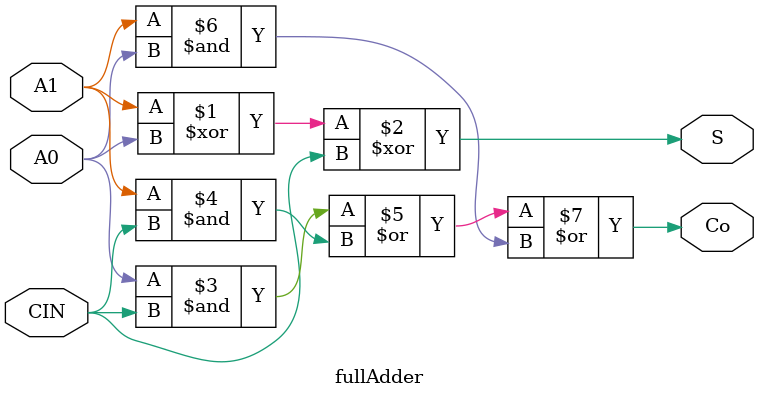
<source format=v>
module fullAdder(A1, A0, CIN, S, Co);

    input A1, A0, CIN;
    output S, Co;

    assign S = A1 ^ A0 ^ CIN;
    assign Co = A0&CIN | A1&CIN | A1&A0;


endmodule
</source>
